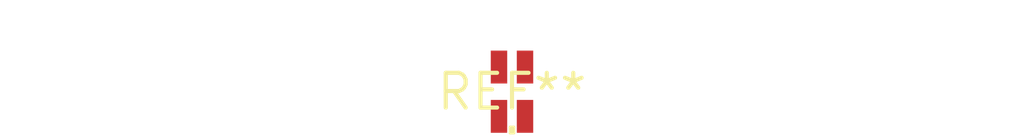
<source format=kicad_pcb>
(kicad_pcb (version 20240108) (generator pcbnew)
  (layers (0 "F.Cu" signal) (31 "B.Cu" signal) (34 "B.Paste" user) (35 "F.Paste" user) (36 "B.SilkS" user "B.Silkscreen") (37 "F.SilkS" user "F.Silkscreen") (38 "B.Mask" user) (39 "F.Mask" user) (44 "Edge.Cuts" user))
  (net 0 "")
  (footprint "LED_Kingbright_APHBM2012_2x1.25mm" (layer "F.Cu") (at 0 0)
    (property "Reference" "REF**")
    (property "Value" "LED_Kingbright_APHBM2012_2x1.25mm")
    (fp_line (start -0.06 1.3) (end -0.06 1.5) (layer "F.SilkS") (stroke (width 0.12)))
    (fp_line (start -0.06 1.5) (end 0.06 1.5) (layer "F.SilkS") (stroke (width 0.12)))
    (fp_line (start 0.06 1.3) (end -0.06 1.3) (layer "F.SilkS") (stroke (width 0.12)))
    (fp_line (start 0.06 1.5) (end 0.06 1.3) (layer "F.SilkS") (stroke (width 0.12)))
    (pad "1" smd rect (at -0.475 -0.9 90) (size 1.2 0.6) (layers "F.Cu" "F.Paste" "F.Mask"))
    (pad "2" smd rect (at -0.475 0.9 90) (size 1.2 0.6) (layers "F.Cu" "F.Paste" "F.Mask"))
    (pad "3" smd rect (at 0.475 0.9 90) (size 1.2 0.6) (layers "F.Cu" "F.Paste" "F.Mask"))
    (pad "4" smd rect (at 0.475 -0.9 90) (size 1.2 0.6) (layers "F.Cu" "F.Paste" "F.Mask"))
  )
)
</source>
